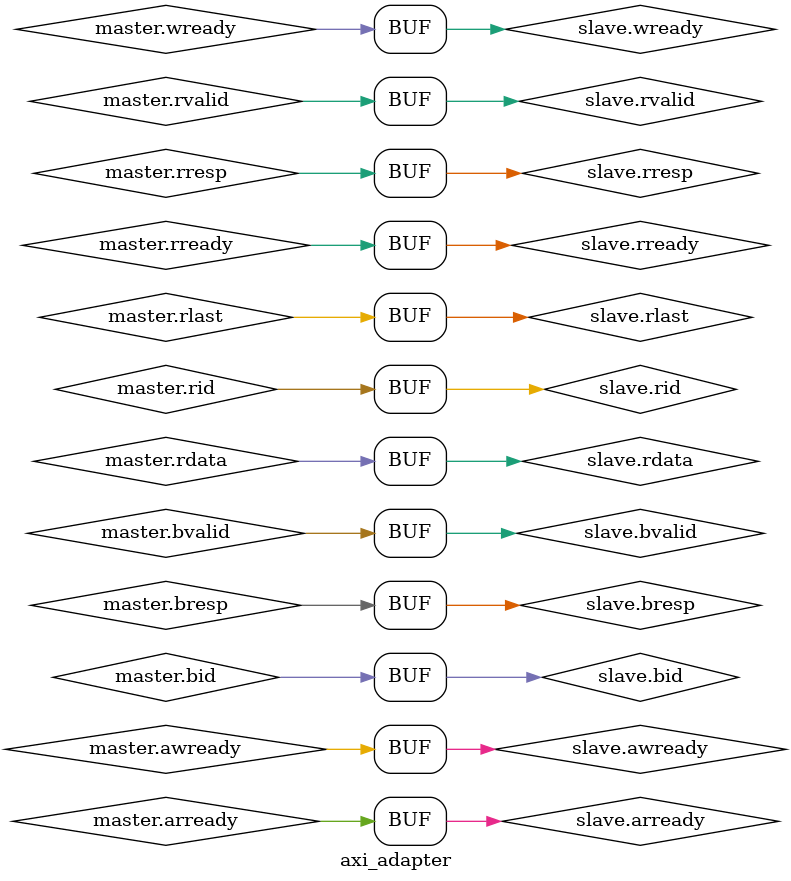
<source format=sv>
module axi_adapter (
  axi_if.slave master,
  axi_if.master slave
);

  // slave->master
  assign master.awready = slave.awready;
  assign master.wready  = slave.wready;
  assign master.bvalid  = slave.bvalid;
  assign master.bresp   = slave.bresp;
  assign master.bid     = slave.bid;
  assign master.arready = slave.arready;
  assign master.rvalid  = slave.rvalid;
  assign master.rresp   = slave.rresp;
  assign master.rdata   = slave.rdata;
  assign master.rlast   = slave.rlast;
  assign master.rid     = slave.rid;
  // master->slave
  assign slave.awvalid = master.awvalid;
  assign slave.awaddr  = master.awaddr;
  assign slave.awid    = master.awid;
  assign slave.awlen   = master.awlen;
  assign slave.awsize  = master.awsize;
  assign slave.awburst = master.awburst;
  assign slave.wvalid  = master.wvalid;
  assign slave.wdata   = master.wdata;
  assign slave.wstrb   = master.wstrb;
  assign slave.wlast   = master.wlast;
  assign slave.bready  = master.bready;
  assign slave.arvalid = master.arvalid;
  assign slave.araddr  = master.araddr;
  assign slave.arid    = master.arid;
  assign slave.arlen   = master.arlen;
  assign slave.arsize  = master.arsize;
  assign slave.arburst = master.arburst;
  assign slave.rready  = master.rready;

endmodule

</source>
